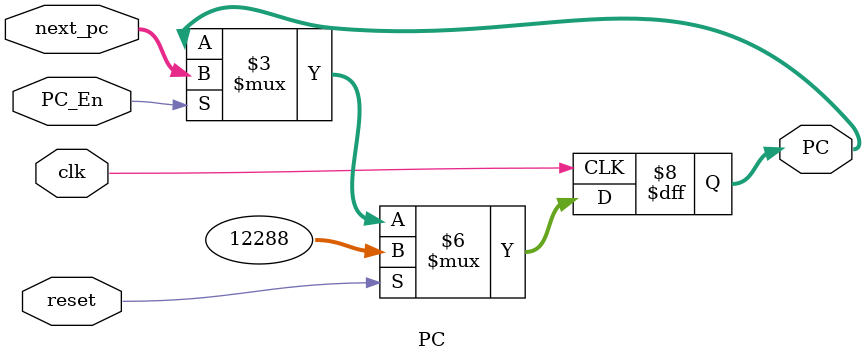
<source format=v>
`timescale 1ns / 1ps
module PC( 
    input clk,
    input reset,
	 input PC_En,
	 input [31:0] next_pc,
    output reg [31:0] PC
    );
    always @(posedge clk)begin
        if(reset==1) begin
            PC <= 32'h00003000;
        end
        else if(PC_En)begin
				PC <= next_pc;
        end
    end

endmodule

</source>
